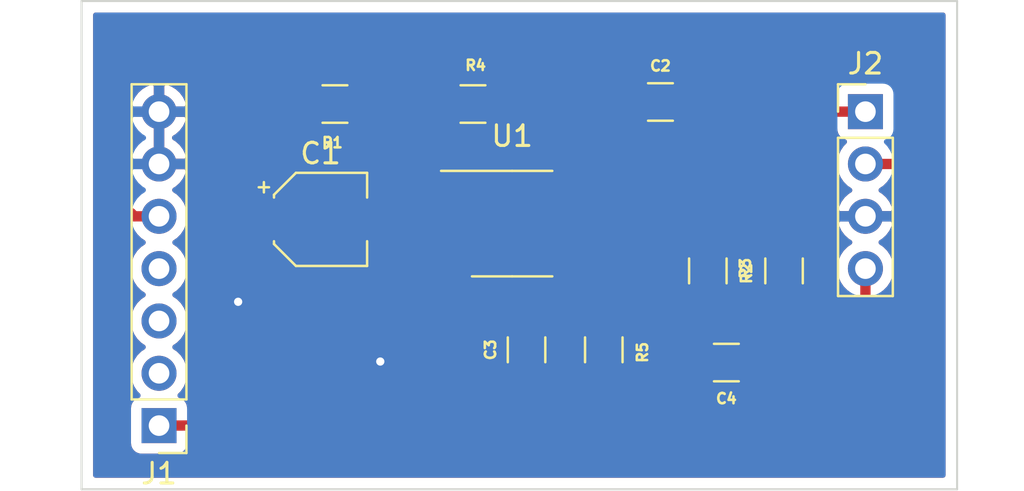
<source format=kicad_pcb>
(kicad_pcb (version 20171130) (host pcbnew "(5.1.5)-3")

  (general
    (thickness 1.6)
    (drawings 4)
    (tracks 73)
    (zones 0)
    (modules 12)
    (nets 10)
  )

  (page A4)
  (layers
    (0 F.Cu signal)
    (31 B.Cu signal)
    (32 B.Adhes user)
    (33 F.Adhes user)
    (34 B.Paste user)
    (35 F.Paste user)
    (36 B.SilkS user)
    (37 F.SilkS user)
    (38 B.Mask user)
    (39 F.Mask user)
    (40 Dwgs.User user)
    (41 Cmts.User user)
    (42 Eco1.User user)
    (43 Eco2.User user)
    (44 Edge.Cuts user)
    (45 Margin user)
    (46 B.CrtYd user)
    (47 F.CrtYd user)
    (48 B.Fab user)
    (49 F.Fab user)
  )

  (setup
    (last_trace_width 0.5)
    (user_trace_width 0.5)
    (trace_clearance 0.2)
    (zone_clearance 0.508)
    (zone_45_only no)
    (trace_min 0.2)
    (via_size 0.8)
    (via_drill 0.4)
    (via_min_size 0.4)
    (via_min_drill 0.3)
    (uvia_size 0.3)
    (uvia_drill 0.1)
    (uvias_allowed no)
    (uvia_min_size 0.2)
    (uvia_min_drill 0.1)
    (edge_width 0.05)
    (segment_width 0.2)
    (pcb_text_width 0.3)
    (pcb_text_size 1.5 1.5)
    (mod_edge_width 0.12)
    (mod_text_size 1 1)
    (mod_text_width 0.15)
    (pad_size 1.524 1.524)
    (pad_drill 0.762)
    (pad_to_mask_clearance 0.051)
    (solder_mask_min_width 0.25)
    (aux_axis_origin 0 0)
    (visible_elements 7FFFFFFF)
    (pcbplotparams
      (layerselection 0x010fc_ffffffff)
      (usegerberextensions false)
      (usegerberattributes false)
      (usegerberadvancedattributes false)
      (creategerberjobfile false)
      (excludeedgelayer true)
      (linewidth 0.100000)
      (plotframeref false)
      (viasonmask false)
      (mode 1)
      (useauxorigin false)
      (hpglpennumber 1)
      (hpglpenspeed 20)
      (hpglpendiameter 15.000000)
      (psnegative false)
      (psa4output false)
      (plotreference true)
      (plotvalue true)
      (plotinvisibletext false)
      (padsonsilk false)
      (subtractmaskfromsilk false)
      (outputformat 1)
      (mirror false)
      (drillshape 1)
      (scaleselection 1)
      (outputdirectory ""))
  )

  (net 0 "")
  (net 1 "Net-(C1-Pad2)")
  (net 2 MICIN)
  (net 3 MICGND)
  (net 4 +5V)
  (net 5 "Net-(C3-Pad2)")
  (net 6 MICOUT)
  (net 7 PTT)
  (net 8 +2V5)
  (net 9 "Net-(C3-Pad1)")

  (net_class Default "This is the default net class."
    (clearance 0.2)
    (trace_width 0.25)
    (via_dia 0.8)
    (via_drill 0.4)
    (uvia_dia 0.3)
    (uvia_drill 0.1)
    (add_net +2V5)
    (add_net +5V)
    (add_net MICGND)
    (add_net MICIN)
    (add_net MICOUT)
    (add_net "Net-(C1-Pad2)")
    (add_net "Net-(C3-Pad1)")
    (add_net "Net-(C3-Pad2)")
    (add_net PTT)
  )

  (module "Xenir:Capacitor 1206" (layer F.Cu) (tedit 5EAEEA25) (tstamp 638A1BC8)
    (at 164.7 117.3 180)
    (path /638A53E8)
    (fp_text reference C4 (at 0 0.5) (layer F.SilkS)
      (effects (font (size 0.5 0.5) (thickness 0.125)))
    )
    (fp_text value 100nF (at 0.5 4) (layer F.Fab)
      (effects (font (size 0.5 0.5) (thickness 0.125)))
    )
    (fp_text user %R (at 0 2.25) (layer F.Fab)
      (effects (font (size 0.8 0.8) (thickness 0.12)))
    )
    (fp_line (start -1.6 3.05) (end -1.6 1.45) (layer F.Fab) (width 0.1))
    (fp_line (start 2.28 1.13) (end 2.28 3.37) (layer F.CrtYd) (width 0.05))
    (fp_line (start -1.6 1.45) (end 1.6 1.45) (layer F.Fab) (width 0.1))
    (fp_line (start -2.28 3.37) (end -2.28 1.13) (layer F.CrtYd) (width 0.05))
    (fp_line (start -0.602064 1.34) (end 0.602064 1.34) (layer F.SilkS) (width 0.12))
    (fp_line (start -0.602064 3.16) (end 0.602064 3.16) (layer F.SilkS) (width 0.12))
    (fp_line (start -2.28 1.13) (end 2.28 1.13) (layer F.CrtYd) (width 0.05))
    (fp_line (start 2.28 3.37) (end -2.28 3.37) (layer F.CrtYd) (width 0.05))
    (fp_line (start 1.6 3.05) (end -1.6 3.05) (layer F.Fab) (width 0.1))
    (fp_line (start 1.6 1.45) (end 1.6 3.05) (layer F.Fab) (width 0.1))
    (pad 2 smd roundrect (at 1.4 2.25 180) (size 1.25 1.75) (layers F.Cu F.Paste F.Mask) (roundrect_rratio 0.2)
      (net 9 "Net-(C3-Pad1)"))
    (pad 1 smd roundrect (at -1.4 2.25 180) (size 1.25 1.75) (layers F.Cu F.Paste F.Mask) (roundrect_rratio 0.2)
      (net 6 MICOUT))
  )

  (module "Xenir:Resistor 1206" (layer F.Cu) (tedit 5F775D4D) (tstamp 6387E8F3)
    (at 165.123 110.473 90)
    (path /63942F3E)
    (fp_text reference R3 (at 0 0.5 90) (layer F.SilkS)
      (effects (font (size 0.499872 0.499872) (thickness 0.124968)))
    )
    (fp_text value 10k (at 0 -0.5 90) (layer F.Fab)
      (effects (font (size 0.499872 0.499872) (thickness 0.124968)))
    )
    (fp_text user %R (at -0.127 2.377 90) (layer F.Fab)
      (effects (font (size 0.8 0.8) (thickness 0.12)))
    )
    (fp_line (start 1.473 3.177) (end -1.727 3.177) (layer F.Fab) (width 0.1))
    (fp_line (start -2.407 1.257) (end 2.153 1.257) (layer F.CrtYd) (width 0.05))
    (fp_line (start -0.729064 3.287) (end 0.475064 3.287) (layer F.SilkS) (width 0.12))
    (fp_line (start -0.729064 1.467) (end 0.475064 1.467) (layer F.SilkS) (width 0.12))
    (fp_line (start 2.153 3.497) (end -2.407 3.497) (layer F.CrtYd) (width 0.05))
    (fp_line (start 2.153 1.257) (end 2.153 3.497) (layer F.CrtYd) (width 0.05))
    (fp_line (start -1.727 3.177) (end -1.727 1.577) (layer F.Fab) (width 0.1))
    (fp_line (start 1.473 1.577) (end 1.473 3.177) (layer F.Fab) (width 0.1))
    (fp_line (start -1.727 1.577) (end 1.473 1.577) (layer F.Fab) (width 0.1))
    (fp_line (start -2.407 3.497) (end -2.407 1.257) (layer F.CrtYd) (width 0.05))
    (pad 2 smd roundrect (at 1.273 2.377 90) (size 1.25 1.75) (layers F.Cu F.Paste F.Mask) (roundrect_rratio 0.2)
      (net 3 MICGND))
    (pad 1 smd roundrect (at -1.527 2.377 90) (size 1.25 1.75) (layers F.Cu F.Paste F.Mask) (roundrect_rratio 0.2)
      (net 8 +2V5))
  )

  (module Xenir:SOIC8 (layer F.Cu) (tedit 5E9CEA7C) (tstamp 6387E0CA)
    (at 154.3 103.555)
    (path /63938969)
    (fp_text reference U1 (at 0 0.5) (layer F.SilkS)
      (effects (font (size 1 1) (thickness 0.15)))
    )
    (fp_text value LM358 (at 0 -0.5) (layer F.Fab)
      (effects (font (size 1 1) (thickness 0.15)))
    )
    (fp_text user %R (at 0 4.75) (layer F.Fab)
      (effects (font (size 0.98 0.98) (thickness 0.15)))
    )
    (fp_line (start 3.7 7.45) (end 3.7 2.05) (layer F.CrtYd) (width 0.05))
    (fp_line (start 3.7 2.05) (end -3.7 2.05) (layer F.CrtYd) (width 0.05))
    (fp_line (start -3.7 7.45) (end 3.7 7.45) (layer F.CrtYd) (width 0.05))
    (fp_line (start -3.7 2.05) (end -3.7 7.45) (layer F.CrtYd) (width 0.05))
    (fp_line (start -1.95 3.275) (end -0.975 2.3) (layer F.Fab) (width 0.1))
    (fp_line (start 0 2.19) (end 1.95 2.19) (layer F.SilkS) (width 0.12))
    (fp_line (start 0 2.19) (end -3.45 2.19) (layer F.SilkS) (width 0.12))
    (fp_line (start 0 7.31) (end 1.95 7.31) (layer F.SilkS) (width 0.12))
    (fp_line (start 0 7.31) (end -1.95 7.31) (layer F.SilkS) (width 0.12))
    (fp_line (start -0.975 2.3) (end 1.95 2.3) (layer F.Fab) (width 0.1))
    (fp_line (start 1.95 2.3) (end 1.95 7.2) (layer F.Fab) (width 0.1))
    (fp_line (start 1.95 7.2) (end -1.95 7.2) (layer F.Fab) (width 0.1))
    (fp_line (start -1.95 7.2) (end -1.95 3.275) (layer F.Fab) (width 0.1))
    (pad 6 smd roundrect (at 2.475 5.385) (size 1.95 0.6) (layers F.Cu F.Paste F.Mask) (roundrect_rratio 0.25)
      (net 5 "Net-(C3-Pad2)"))
    (pad 3 smd roundrect (at -2.475 5.385) (size 1.95 0.6) (layers F.Cu F.Paste F.Mask) (roundrect_rratio 0.25))
    (pad 7 smd roundrect (at 2.475 4.115) (size 1.95 0.6) (layers F.Cu F.Paste F.Mask) (roundrect_rratio 0.25)
      (net 9 "Net-(C3-Pad1)"))
    (pad 5 smd roundrect (at 2.475 6.655) (size 1.95 0.6) (layers F.Cu F.Paste F.Mask) (roundrect_rratio 0.25)
      (net 8 +2V5))
    (pad 1 smd roundrect (at -2.475 2.845) (size 1.95 0.6) (layers F.Cu F.Paste F.Mask) (roundrect_rratio 0.25))
    (pad 4 smd roundrect (at -2.475 6.655) (size 1.95 0.6) (layers F.Cu F.Paste F.Mask) (roundrect_rratio 0.25)
      (net 3 MICGND))
    (pad 8 smd roundrect (at 2.475 2.845) (size 1.95 0.6) (layers F.Cu F.Paste F.Mask) (roundrect_rratio 0.25)
      (net 4 +5V))
    (pad 2 smd roundrect (at -2.475 4.115) (size 1.95 0.6) (layers F.Cu F.Paste F.Mask) (roundrect_rratio 0.25))
  )

  (module "Xenir:Resistor 1206" (layer F.Cu) (tedit 5F775D4D) (tstamp 6387CD12)
    (at 161.127 114.557 270)
    (path /6393FD2E)
    (fp_text reference R5 (at 0 0.5 90) (layer F.SilkS)
      (effects (font (size 0.499872 0.499872) (thickness 0.124968)))
    )
    (fp_text value 100k (at 0 -0.5 90) (layer F.Fab)
      (effects (font (size 0.499872 0.499872) (thickness 0.124968)))
    )
    (fp_text user %R (at -0.127 2.377 90) (layer F.Fab)
      (effects (font (size 0.8 0.8) (thickness 0.12)))
    )
    (fp_line (start 1.473 3.177) (end -1.727 3.177) (layer F.Fab) (width 0.1))
    (fp_line (start -2.407 1.257) (end 2.153 1.257) (layer F.CrtYd) (width 0.05))
    (fp_line (start -0.729064 3.287) (end 0.475064 3.287) (layer F.SilkS) (width 0.12))
    (fp_line (start -0.729064 1.467) (end 0.475064 1.467) (layer F.SilkS) (width 0.12))
    (fp_line (start 2.153 3.497) (end -2.407 3.497) (layer F.CrtYd) (width 0.05))
    (fp_line (start 2.153 1.257) (end 2.153 3.497) (layer F.CrtYd) (width 0.05))
    (fp_line (start -1.727 3.177) (end -1.727 1.577) (layer F.Fab) (width 0.1))
    (fp_line (start 1.473 1.577) (end 1.473 3.177) (layer F.Fab) (width 0.1))
    (fp_line (start -1.727 1.577) (end 1.473 1.577) (layer F.Fab) (width 0.1))
    (fp_line (start -2.407 3.497) (end -2.407 1.257) (layer F.CrtYd) (width 0.05))
    (pad 2 smd roundrect (at 1.273 2.377 270) (size 1.25 1.75) (layers F.Cu F.Paste F.Mask) (roundrect_rratio 0.2)
      (net 9 "Net-(C3-Pad1)"))
    (pad 1 smd roundrect (at -1.527 2.377 270) (size 1.25 1.75) (layers F.Cu F.Paste F.Mask) (roundrect_rratio 0.2)
      (net 5 "Net-(C3-Pad2)"))
  )

  (module "Xenir:Resistor 1206" (layer F.Cu) (tedit 5F775D4D) (tstamp 6387CD01)
    (at 152.527 100.123)
    (path /63940C93)
    (fp_text reference R4 (at 0 0.5) (layer F.SilkS)
      (effects (font (size 0.499872 0.499872) (thickness 0.124968)))
    )
    (fp_text value 1k (at 0 -0.5) (layer F.Fab)
      (effects (font (size 0.499872 0.499872) (thickness 0.124968)))
    )
    (fp_text user %R (at -0.127 2.377) (layer F.Fab)
      (effects (font (size 0.8 0.8) (thickness 0.12)))
    )
    (fp_line (start 1.473 3.177) (end -1.727 3.177) (layer F.Fab) (width 0.1))
    (fp_line (start -2.407 1.257) (end 2.153 1.257) (layer F.CrtYd) (width 0.05))
    (fp_line (start -0.729064 3.287) (end 0.475064 3.287) (layer F.SilkS) (width 0.12))
    (fp_line (start -0.729064 1.467) (end 0.475064 1.467) (layer F.SilkS) (width 0.12))
    (fp_line (start 2.153 3.497) (end -2.407 3.497) (layer F.CrtYd) (width 0.05))
    (fp_line (start 2.153 1.257) (end 2.153 3.497) (layer F.CrtYd) (width 0.05))
    (fp_line (start -1.727 3.177) (end -1.727 1.577) (layer F.Fab) (width 0.1))
    (fp_line (start 1.473 1.577) (end 1.473 3.177) (layer F.Fab) (width 0.1))
    (fp_line (start -1.727 1.577) (end 1.473 1.577) (layer F.Fab) (width 0.1))
    (fp_line (start -2.407 3.497) (end -2.407 1.257) (layer F.CrtYd) (width 0.05))
    (pad 2 smd roundrect (at 1.273 2.377) (size 1.25 1.75) (layers F.Cu F.Paste F.Mask) (roundrect_rratio 0.2)
      (net 5 "Net-(C3-Pad2)"))
    (pad 1 smd roundrect (at -1.527 2.377) (size 1.25 1.75) (layers F.Cu F.Paste F.Mask) (roundrect_rratio 0.2)
      (net 1 "Net-(C1-Pad2)"))
  )

  (module "Xenir:Resistor 1206" (layer F.Cu) (tedit 5F775D4D) (tstamp 6387CCDF)
    (at 166.177 110.727 270)
    (path /63942506)
    (fp_text reference R2 (at 0 0.5 90) (layer F.SilkS)
      (effects (font (size 0.499872 0.499872) (thickness 0.124968)))
    )
    (fp_text value 10k (at 0 -0.5 90) (layer F.Fab)
      (effects (font (size 0.499872 0.499872) (thickness 0.124968)))
    )
    (fp_text user %R (at -0.127 2.377 90) (layer F.Fab)
      (effects (font (size 0.8 0.8) (thickness 0.12)))
    )
    (fp_line (start 1.473 3.177) (end -1.727 3.177) (layer F.Fab) (width 0.1))
    (fp_line (start -2.407 1.257) (end 2.153 1.257) (layer F.CrtYd) (width 0.05))
    (fp_line (start -0.729064 3.287) (end 0.475064 3.287) (layer F.SilkS) (width 0.12))
    (fp_line (start -0.729064 1.467) (end 0.475064 1.467) (layer F.SilkS) (width 0.12))
    (fp_line (start 2.153 3.497) (end -2.407 3.497) (layer F.CrtYd) (width 0.05))
    (fp_line (start 2.153 1.257) (end 2.153 3.497) (layer F.CrtYd) (width 0.05))
    (fp_line (start -1.727 3.177) (end -1.727 1.577) (layer F.Fab) (width 0.1))
    (fp_line (start 1.473 1.577) (end 1.473 3.177) (layer F.Fab) (width 0.1))
    (fp_line (start -1.727 1.577) (end 1.473 1.577) (layer F.Fab) (width 0.1))
    (fp_line (start -2.407 3.497) (end -2.407 1.257) (layer F.CrtYd) (width 0.05))
    (pad 2 smd roundrect (at 1.273 2.377 270) (size 1.25 1.75) (layers F.Cu F.Paste F.Mask) (roundrect_rratio 0.2)
      (net 8 +2V5))
    (pad 1 smd roundrect (at -1.527 2.377 270) (size 1.25 1.75) (layers F.Cu F.Paste F.Mask) (roundrect_rratio 0.2)
      (net 4 +5V))
  )

  (module "Xenir:Resistor 1206" (layer F.Cu) (tedit 5F775D4D) (tstamp 6387CCCE)
    (at 145.573 104.877 180)
    (path /639499BB)
    (fp_text reference R1 (at 0 0.5) (layer F.SilkS)
      (effects (font (size 0.499872 0.499872) (thickness 0.124968)))
    )
    (fp_text value 5.1k (at 0 -0.5) (layer F.Fab)
      (effects (font (size 0.499872 0.499872) (thickness 0.124968)))
    )
    (fp_text user %R (at -0.127 2.377) (layer F.Fab)
      (effects (font (size 0.8 0.8) (thickness 0.12)))
    )
    (fp_line (start 1.473 3.177) (end -1.727 3.177) (layer F.Fab) (width 0.1))
    (fp_line (start -2.407 1.257) (end 2.153 1.257) (layer F.CrtYd) (width 0.05))
    (fp_line (start -0.729064 3.287) (end 0.475064 3.287) (layer F.SilkS) (width 0.12))
    (fp_line (start -0.729064 1.467) (end 0.475064 1.467) (layer F.SilkS) (width 0.12))
    (fp_line (start 2.153 3.497) (end -2.407 3.497) (layer F.CrtYd) (width 0.05))
    (fp_line (start 2.153 1.257) (end 2.153 3.497) (layer F.CrtYd) (width 0.05))
    (fp_line (start -1.727 3.177) (end -1.727 1.577) (layer F.Fab) (width 0.1))
    (fp_line (start 1.473 1.577) (end 1.473 3.177) (layer F.Fab) (width 0.1))
    (fp_line (start -1.727 1.577) (end 1.473 1.577) (layer F.Fab) (width 0.1))
    (fp_line (start -2.407 3.497) (end -2.407 1.257) (layer F.CrtYd) (width 0.05))
    (pad 2 smd roundrect (at 1.273 2.377 180) (size 1.25 1.75) (layers F.Cu F.Paste F.Mask) (roundrect_rratio 0.2)
      (net 2 MICIN))
    (pad 1 smd roundrect (at -1.527 2.377 180) (size 1.25 1.75) (layers F.Cu F.Paste F.Mask) (roundrect_rratio 0.2)
      (net 4 +5V))
  )

  (module Connector_PinHeader_2.54mm:PinHeader_1x04_P2.54mm_Vertical (layer F.Cu) (tedit 59FED5CC) (tstamp 6387CCBD)
    (at 171.45 102.87)
    (descr "Through hole straight pin header, 1x04, 2.54mm pitch, single row")
    (tags "Through hole pin header THT 1x04 2.54mm single row")
    (path /6398BACA)
    (fp_text reference J2 (at 0 -2.33) (layer F.SilkS)
      (effects (font (size 1 1) (thickness 0.15)))
    )
    (fp_text value Conn_01x04_Female (at 0 9.95) (layer F.Fab)
      (effects (font (size 1 1) (thickness 0.15)))
    )
    (fp_text user %R (at 0 3.81 90) (layer F.Fab)
      (effects (font (size 1 1) (thickness 0.15)))
    )
    (fp_line (start 1.8 -1.8) (end -1.8 -1.8) (layer F.CrtYd) (width 0.05))
    (fp_line (start 1.8 9.4) (end 1.8 -1.8) (layer F.CrtYd) (width 0.05))
    (fp_line (start -1.8 9.4) (end 1.8 9.4) (layer F.CrtYd) (width 0.05))
    (fp_line (start -1.8 -1.8) (end -1.8 9.4) (layer F.CrtYd) (width 0.05))
    (fp_line (start -1.33 -1.33) (end 0 -1.33) (layer F.SilkS) (width 0.12))
    (fp_line (start -1.33 0) (end -1.33 -1.33) (layer F.SilkS) (width 0.12))
    (fp_line (start -1.33 1.27) (end 1.33 1.27) (layer F.SilkS) (width 0.12))
    (fp_line (start 1.33 1.27) (end 1.33 8.95) (layer F.SilkS) (width 0.12))
    (fp_line (start -1.33 1.27) (end -1.33 8.95) (layer F.SilkS) (width 0.12))
    (fp_line (start -1.33 8.95) (end 1.33 8.95) (layer F.SilkS) (width 0.12))
    (fp_line (start -1.27 -0.635) (end -0.635 -1.27) (layer F.Fab) (width 0.1))
    (fp_line (start -1.27 8.89) (end -1.27 -0.635) (layer F.Fab) (width 0.1))
    (fp_line (start 1.27 8.89) (end -1.27 8.89) (layer F.Fab) (width 0.1))
    (fp_line (start 1.27 -1.27) (end 1.27 8.89) (layer F.Fab) (width 0.1))
    (fp_line (start -0.635 -1.27) (end 1.27 -1.27) (layer F.Fab) (width 0.1))
    (pad 4 thru_hole oval (at 0 7.62) (size 1.7 1.7) (drill 1) (layers *.Cu *.Mask)
      (net 6 MICOUT))
    (pad 3 thru_hole oval (at 0 5.08) (size 1.7 1.7) (drill 1) (layers *.Cu *.Mask)
      (net 3 MICGND))
    (pad 2 thru_hole oval (at 0 2.54) (size 1.7 1.7) (drill 1) (layers *.Cu *.Mask)
      (net 7 PTT))
    (pad 1 thru_hole rect (at 0 0) (size 1.7 1.7) (drill 1) (layers *.Cu *.Mask)
      (net 4 +5V))
    (model ${KISYS3DMOD}/Connector_PinHeader_2.54mm.3dshapes/PinHeader_1x04_P2.54mm_Vertical.wrl
      (at (xyz 0 0 0))
      (scale (xyz 1 1 1))
      (rotate (xyz 0 0 0))
    )
  )

  (module Connector_PinHeader_2.54mm:PinHeader_1x07_P2.54mm_Vertical (layer F.Cu) (tedit 59FED5CC) (tstamp 6387CCA5)
    (at 137.16 118.11 180)
    (descr "Through hole straight pin header, 1x07, 2.54mm pitch, single row")
    (tags "Through hole pin header THT 1x07 2.54mm single row")
    (path /63973E4A)
    (fp_text reference J1 (at 0 -2.33) (layer F.SilkS)
      (effects (font (size 1 1) (thickness 0.15)))
    )
    (fp_text value Conn_01x07_Female (at 0 17.57) (layer F.Fab)
      (effects (font (size 1 1) (thickness 0.15)))
    )
    (fp_text user %R (at 0 7.62 90) (layer F.Fab)
      (effects (font (size 1 1) (thickness 0.15)))
    )
    (fp_line (start 1.8 -1.8) (end -1.8 -1.8) (layer F.CrtYd) (width 0.05))
    (fp_line (start 1.8 17.05) (end 1.8 -1.8) (layer F.CrtYd) (width 0.05))
    (fp_line (start -1.8 17.05) (end 1.8 17.05) (layer F.CrtYd) (width 0.05))
    (fp_line (start -1.8 -1.8) (end -1.8 17.05) (layer F.CrtYd) (width 0.05))
    (fp_line (start -1.33 -1.33) (end 0 -1.33) (layer F.SilkS) (width 0.12))
    (fp_line (start -1.33 0) (end -1.33 -1.33) (layer F.SilkS) (width 0.12))
    (fp_line (start -1.33 1.27) (end 1.33 1.27) (layer F.SilkS) (width 0.12))
    (fp_line (start 1.33 1.27) (end 1.33 16.57) (layer F.SilkS) (width 0.12))
    (fp_line (start -1.33 1.27) (end -1.33 16.57) (layer F.SilkS) (width 0.12))
    (fp_line (start -1.33 16.57) (end 1.33 16.57) (layer F.SilkS) (width 0.12))
    (fp_line (start -1.27 -0.635) (end -0.635 -1.27) (layer F.Fab) (width 0.1))
    (fp_line (start -1.27 16.51) (end -1.27 -0.635) (layer F.Fab) (width 0.1))
    (fp_line (start 1.27 16.51) (end -1.27 16.51) (layer F.Fab) (width 0.1))
    (fp_line (start 1.27 -1.27) (end 1.27 16.51) (layer F.Fab) (width 0.1))
    (fp_line (start -0.635 -1.27) (end 1.27 -1.27) (layer F.Fab) (width 0.1))
    (pad 7 thru_hole oval (at 0 15.24 180) (size 1.7 1.7) (drill 1) (layers *.Cu *.Mask)
      (net 3 MICGND))
    (pad 6 thru_hole oval (at 0 12.7 180) (size 1.7 1.7) (drill 1) (layers *.Cu *.Mask)
      (net 3 MICGND))
    (pad 5 thru_hole oval (at 0 10.16 180) (size 1.7 1.7) (drill 1) (layers *.Cu *.Mask)
      (net 7 PTT))
    (pad 4 thru_hole oval (at 0 7.62 180) (size 1.7 1.7) (drill 1) (layers *.Cu *.Mask))
    (pad 3 thru_hole oval (at 0 5.08 180) (size 1.7 1.7) (drill 1) (layers *.Cu *.Mask))
    (pad 2 thru_hole oval (at 0 2.54 180) (size 1.7 1.7) (drill 1) (layers *.Cu *.Mask))
    (pad 1 thru_hole rect (at 0 0 180) (size 1.7 1.7) (drill 1) (layers *.Cu *.Mask)
      (net 2 MICIN))
    (model ${KISYS3DMOD}/Connector_PinHeader_2.54mm.3dshapes/PinHeader_1x07_P2.54mm_Vertical.wrl
      (at (xyz 0 0 0))
      (scale (xyz 1 1 1))
      (rotate (xyz 0 0 0))
    )
  )

  (module "Xenir:Capacitor 1206" (layer F.Cu) (tedit 5EAEEA25) (tstamp 6387CC8A)
    (at 152.75 114.43 90)
    (path /6393EFF1)
    (fp_text reference C3 (at 0 0.5 90) (layer F.SilkS)
      (effects (font (size 0.5 0.5) (thickness 0.125)))
    )
    (fp_text value 330nF (at 0.5 4 90) (layer F.Fab)
      (effects (font (size 0.5 0.5) (thickness 0.125)))
    )
    (fp_text user %R (at 0 2.25 90) (layer F.Fab)
      (effects (font (size 0.8 0.8) (thickness 0.12)))
    )
    (fp_line (start -1.6 3.05) (end -1.6 1.45) (layer F.Fab) (width 0.1))
    (fp_line (start 2.28 1.13) (end 2.28 3.37) (layer F.CrtYd) (width 0.05))
    (fp_line (start -1.6 1.45) (end 1.6 1.45) (layer F.Fab) (width 0.1))
    (fp_line (start -2.28 3.37) (end -2.28 1.13) (layer F.CrtYd) (width 0.05))
    (fp_line (start -0.602064 1.34) (end 0.602064 1.34) (layer F.SilkS) (width 0.12))
    (fp_line (start -0.602064 3.16) (end 0.602064 3.16) (layer F.SilkS) (width 0.12))
    (fp_line (start -2.28 1.13) (end 2.28 1.13) (layer F.CrtYd) (width 0.05))
    (fp_line (start 2.28 3.37) (end -2.28 3.37) (layer F.CrtYd) (width 0.05))
    (fp_line (start 1.6 3.05) (end -1.6 3.05) (layer F.Fab) (width 0.1))
    (fp_line (start 1.6 1.45) (end 1.6 3.05) (layer F.Fab) (width 0.1))
    (pad 2 smd roundrect (at 1.4 2.25 90) (size 1.25 1.75) (layers F.Cu F.Paste F.Mask) (roundrect_rratio 0.2)
      (net 5 "Net-(C3-Pad2)"))
    (pad 1 smd roundrect (at -1.4 2.25 90) (size 1.25 1.75) (layers F.Cu F.Paste F.Mask) (roundrect_rratio 0.2)
      (net 9 "Net-(C3-Pad1)"))
  )

  (module "Xenir:Capacitor 1206" (layer F.Cu) (tedit 5EAEEA25) (tstamp 6387CC79)
    (at 161.5 100.15)
    (path /6393AD75)
    (fp_text reference C2 (at 0 0.5) (layer F.SilkS)
      (effects (font (size 0.5 0.5) (thickness 0.125)))
    )
    (fp_text value 100nF (at 0.5 4) (layer F.Fab)
      (effects (font (size 0.5 0.5) (thickness 0.125)))
    )
    (fp_text user %R (at 0 2.25) (layer F.Fab)
      (effects (font (size 0.8 0.8) (thickness 0.12)))
    )
    (fp_line (start -1.6 3.05) (end -1.6 1.45) (layer F.Fab) (width 0.1))
    (fp_line (start 2.28 1.13) (end 2.28 3.37) (layer F.CrtYd) (width 0.05))
    (fp_line (start -1.6 1.45) (end 1.6 1.45) (layer F.Fab) (width 0.1))
    (fp_line (start -2.28 3.37) (end -2.28 1.13) (layer F.CrtYd) (width 0.05))
    (fp_line (start -0.602064 1.34) (end 0.602064 1.34) (layer F.SilkS) (width 0.12))
    (fp_line (start -0.602064 3.16) (end 0.602064 3.16) (layer F.SilkS) (width 0.12))
    (fp_line (start -2.28 1.13) (end 2.28 1.13) (layer F.CrtYd) (width 0.05))
    (fp_line (start 2.28 3.37) (end -2.28 3.37) (layer F.CrtYd) (width 0.05))
    (fp_line (start 1.6 3.05) (end -1.6 3.05) (layer F.Fab) (width 0.1))
    (fp_line (start 1.6 1.45) (end 1.6 3.05) (layer F.Fab) (width 0.1))
    (pad 2 smd roundrect (at 1.4 2.25) (size 1.25 1.75) (layers F.Cu F.Paste F.Mask) (roundrect_rratio 0.2)
      (net 3 MICGND))
    (pad 1 smd roundrect (at -1.4 2.25) (size 1.25 1.75) (layers F.Cu F.Paste F.Mask) (roundrect_rratio 0.2)
      (net 4 +5V))
  )

  (module Capacitor_SMD:CP_Elec_4x5.4 (layer F.Cu) (tedit 5BCA39CF) (tstamp 6387CC68)
    (at 145 108.1)
    (descr "SMD capacitor, aluminum electrolytic, Panasonic A5 / Nichicon, 4.0x5.4mm")
    (tags "capacitor electrolytic")
    (path /63941422)
    (attr smd)
    (fp_text reference C1 (at 0 -3.2) (layer F.SilkS)
      (effects (font (size 1 1) (thickness 0.15)))
    )
    (fp_text value 10uF (at 0 3.2) (layer F.Fab)
      (effects (font (size 1 1) (thickness 0.15)))
    )
    (fp_text user %R (at 0 0) (layer F.Fab)
      (effects (font (size 0.8 0.8) (thickness 0.12)))
    )
    (fp_line (start -3.35 1.05) (end -2.4 1.05) (layer F.CrtYd) (width 0.05))
    (fp_line (start -3.35 -1.05) (end -3.35 1.05) (layer F.CrtYd) (width 0.05))
    (fp_line (start -2.4 -1.05) (end -3.35 -1.05) (layer F.CrtYd) (width 0.05))
    (fp_line (start -2.4 1.05) (end -2.4 1.25) (layer F.CrtYd) (width 0.05))
    (fp_line (start -2.4 -1.25) (end -2.4 -1.05) (layer F.CrtYd) (width 0.05))
    (fp_line (start -2.4 -1.25) (end -1.25 -2.4) (layer F.CrtYd) (width 0.05))
    (fp_line (start -2.4 1.25) (end -1.25 2.4) (layer F.CrtYd) (width 0.05))
    (fp_line (start -1.25 -2.4) (end 2.4 -2.4) (layer F.CrtYd) (width 0.05))
    (fp_line (start -1.25 2.4) (end 2.4 2.4) (layer F.CrtYd) (width 0.05))
    (fp_line (start 2.4 1.05) (end 2.4 2.4) (layer F.CrtYd) (width 0.05))
    (fp_line (start 3.35 1.05) (end 2.4 1.05) (layer F.CrtYd) (width 0.05))
    (fp_line (start 3.35 -1.05) (end 3.35 1.05) (layer F.CrtYd) (width 0.05))
    (fp_line (start 2.4 -1.05) (end 3.35 -1.05) (layer F.CrtYd) (width 0.05))
    (fp_line (start 2.4 -2.4) (end 2.4 -1.05) (layer F.CrtYd) (width 0.05))
    (fp_line (start -2.75 -1.81) (end -2.75 -1.31) (layer F.SilkS) (width 0.12))
    (fp_line (start -3 -1.56) (end -2.5 -1.56) (layer F.SilkS) (width 0.12))
    (fp_line (start -2.26 1.195563) (end -1.195563 2.26) (layer F.SilkS) (width 0.12))
    (fp_line (start -2.26 -1.195563) (end -1.195563 -2.26) (layer F.SilkS) (width 0.12))
    (fp_line (start -2.26 -1.195563) (end -2.26 -1.06) (layer F.SilkS) (width 0.12))
    (fp_line (start -2.26 1.195563) (end -2.26 1.06) (layer F.SilkS) (width 0.12))
    (fp_line (start -1.195563 2.26) (end 2.26 2.26) (layer F.SilkS) (width 0.12))
    (fp_line (start -1.195563 -2.26) (end 2.26 -2.26) (layer F.SilkS) (width 0.12))
    (fp_line (start 2.26 -2.26) (end 2.26 -1.06) (layer F.SilkS) (width 0.12))
    (fp_line (start 2.26 2.26) (end 2.26 1.06) (layer F.SilkS) (width 0.12))
    (fp_line (start -1.374773 -1.2) (end -1.374773 -0.8) (layer F.Fab) (width 0.1))
    (fp_line (start -1.574773 -1) (end -1.174773 -1) (layer F.Fab) (width 0.1))
    (fp_line (start -2.15 1.15) (end -1.15 2.15) (layer F.Fab) (width 0.1))
    (fp_line (start -2.15 -1.15) (end -1.15 -2.15) (layer F.Fab) (width 0.1))
    (fp_line (start -2.15 -1.15) (end -2.15 1.15) (layer F.Fab) (width 0.1))
    (fp_line (start -1.15 2.15) (end 2.15 2.15) (layer F.Fab) (width 0.1))
    (fp_line (start -1.15 -2.15) (end 2.15 -2.15) (layer F.Fab) (width 0.1))
    (fp_line (start 2.15 -2.15) (end 2.15 2.15) (layer F.Fab) (width 0.1))
    (fp_circle (center 0 0) (end 2 0) (layer F.Fab) (width 0.1))
    (pad 2 smd roundrect (at 1.8 0) (size 2.6 1.6) (layers F.Cu F.Paste F.Mask) (roundrect_rratio 0.15625)
      (net 1 "Net-(C1-Pad2)"))
    (pad 1 smd roundrect (at -1.8 0) (size 2.6 1.6) (layers F.Cu F.Paste F.Mask) (roundrect_rratio 0.15625)
      (net 2 MICIN))
    (model ${KISYS3DMOD}/Capacitor_SMD.3dshapes/CP_Elec_4x5.4.wrl
      (at (xyz 0 0 0))
      (scale (xyz 1 1 1))
      (rotate (xyz 0 0 0))
    )
  )

  (gr_line (start 175.9 97.5) (end 175.9 121.2) (layer Edge.Cuts) (width 0.1))
  (gr_line (start 133.4 97.5) (end 175.9 97.5) (layer Edge.Cuts) (width 0.1))
  (gr_line (start 133.4 121.2) (end 133.4 97.5) (layer Edge.Cuts) (width 0.1))
  (gr_line (start 175.9 121.2) (end 133.4 121.2) (layer Edge.Cuts) (width 0.1))

  (segment (start 146.8 106.1) (end 146.8 108.1) (width 0.5) (layer F.Cu) (net 1))
  (segment (start 148.38 104.52) (end 146.8 106.1) (width 0.5) (layer F.Cu) (net 1))
  (segment (start 148.38 104.495) (end 148.38 104.52) (width 0.5) (layer F.Cu) (net 1))
  (segment (start 151 102.5) (end 150.375 102.5) (width 0.5) (layer F.Cu) (net 1))
  (segment (start 150.375 102.5) (end 148.38 104.495) (width 0.5) (layer F.Cu) (net 1))
  (segment (start 141.5 118.1) (end 140.5 118.1) (width 0.5) (layer F.Cu) (net 2))
  (segment (start 137.16 118.11) (end 140.5 118.1) (width 0.5) (layer F.Cu) (net 2))
  (segment (start 140.5 118.1) (end 140.735 118.11) (width 0.5) (layer F.Cu) (net 2))
  (segment (start 144.3 102.5) (end 144.3 103.9) (width 0.5) (layer F.Cu) (net 2))
  (segment (start 143.2 105) (end 143.2 108.1) (width 0.5) (layer F.Cu) (net 2))
  (segment (start 144.3 103.9) (end 143.2 105) (width 0.5) (layer F.Cu) (net 2))
  (segment (start 143.2 116.4) (end 141.5 118.1) (width 0.5) (layer F.Cu) (net 2))
  (segment (start 143.2 108.1) (end 143.2 116.4) (width 0.5) (layer F.Cu) (net 2))
  (via (at 141 112.1) (size 0.8) (drill 0.4) (layers F.Cu B.Cu) (net 3))
  (via (at 147.9 115) (size 0.8) (drill 0.4) (layers F.Cu B.Cu) (net 3))
  (segment (start 171.45 102.87) (end 166.755 102.87) (width 0.5) (layer F.Cu) (net 4))
  (segment (start 157.75 106.4) (end 156.775 106.4) (width 0.5) (layer F.Cu) (net 4))
  (segment (start 158.635 106.4) (end 157.75 106.4) (width 0.5) (layer F.Cu) (net 4))
  (segment (start 148.225 100.5) (end 147.1 101.625) (width 0.5) (layer F.Cu) (net 4))
  (segment (start 147.1 101.625) (end 147.1 102.5) (width 0.5) (layer F.Cu) (net 4))
  (segment (start 166.755 102.87) (end 166.67 102.87) (width 0.5) (layer F.Cu) (net 4))
  (segment (start 166.67 102.87) (end 164.3 100.5) (width 0.5) (layer F.Cu) (net 4))
  (segment (start 160.1 100.6) (end 160.1 102.4) (width 0.5) (layer F.Cu) (net 4))
  (segment (start 160 100.5) (end 148.225 100.5) (width 0.5) (layer F.Cu) (net 4))
  (segment (start 160 100.5) (end 160.1 100.6) (width 0.5) (layer F.Cu) (net 4))
  (segment (start 164.3 100.5) (end 160 100.5) (width 0.5) (layer F.Cu) (net 4))
  (segment (start 158.635 104.74) (end 158.635 106.4) (width 0.5) (layer F.Cu) (net 4))
  (segment (start 160.1 103.275) (end 158.635 104.74) (width 0.5) (layer F.Cu) (net 4))
  (segment (start 160.1 102.4) (end 160.1 103.275) (width 0.5) (layer F.Cu) (net 4))
  (segment (start 161.435 109.2) (end 163.8 109.2) (width 0.5) (layer F.Cu) (net 4))
  (segment (start 158.635 106.4) (end 161.435 109.2) (width 0.5) (layer F.Cu) (net 4))
  (segment (start 158.75 112.405) (end 158.75 113.03) (width 0.5) (layer F.Cu) (net 5))
  (segment (start 158.75 109.94) (end 158.75 112.405) (width 0.5) (layer F.Cu) (net 5))
  (segment (start 157.75 108.94) (end 158.75 109.94) (width 0.5) (layer F.Cu) (net 5))
  (segment (start 156.775 108.94) (end 157.75 108.94) (width 0.5) (layer F.Cu) (net 5))
  (segment (start 154.24 108.94) (end 156.775 108.94) (width 0.5) (layer F.Cu) (net 5))
  (segment (start 153.8 102.5) (end 153.8 108.5) (width 0.5) (layer F.Cu) (net 5))
  (segment (start 153.8 108.5) (end 154.24 108.94) (width 0.5) (layer F.Cu) (net 5))
  (segment (start 158.75 113.03) (end 155 113.03) (width 0.5) (layer F.Cu) (net 5))
  (segment (start 166.725 115.05) (end 166.775 115.1) (width 0.5) (layer F.Cu) (net 6))
  (segment (start 166.1 115.05) (end 166.725 115.05) (width 0.5) (layer F.Cu) (net 6))
  (segment (start 166.775 115.1) (end 170.9 115.1) (width 0.5) (layer F.Cu) (net 6))
  (segment (start 171.45 114.55) (end 171.45 110.49) (width 0.5) (layer F.Cu) (net 6))
  (segment (start 170.9 115.1) (end 171.45 114.55) (width 0.5) (layer F.Cu) (net 6))
  (segment (start 161.155 111.075) (end 161.155 114.3) (width 0.5) (layer F.Cu) (net 9))
  (segment (start 159.625 115.83) (end 158.75 115.83) (width 0.5) (layer F.Cu) (net 9))
  (segment (start 161.155 114.3) (end 159.625 115.83) (width 0.5) (layer F.Cu) (net 9))
  (segment (start 157.75 107.67) (end 161.155 111.075) (width 0.5) (layer F.Cu) (net 9))
  (segment (start 156.775 107.67) (end 157.75 107.67) (width 0.5) (layer F.Cu) (net 9))
  (segment (start 158.75 115.83) (end 155 115.83) (width 0.5) (layer F.Cu) (net 9))
  (segment (start 174.1 105.2) (end 173.89 105.41) (width 0.5) (layer F.Cu) (net 7))
  (segment (start 173 99.5) (end 174.1 100.6) (width 0.5) (layer F.Cu) (net 7))
  (segment (start 136.3 99.5) (end 173 99.5) (width 0.5) (layer F.Cu) (net 7))
  (segment (start 173.89 105.41) (end 171.45 105.41) (width 0.5) (layer F.Cu) (net 7))
  (segment (start 135 100.8) (end 136.3 99.5) (width 0.5) (layer F.Cu) (net 7))
  (segment (start 174.1 100.6) (end 174.1 105.2) (width 0.5) (layer F.Cu) (net 7))
  (segment (start 137.16 107.95) (end 135.957919 107.95) (width 0.5) (layer F.Cu) (net 7))
  (segment (start 135.807919 107.8) (end 135.7 107.8) (width 0.5) (layer F.Cu) (net 7))
  (segment (start 135 107.1) (end 135 100.8) (width 0.5) (layer F.Cu) (net 7))
  (segment (start 135.957919 107.95) (end 135.807919 107.8) (width 0.5) (layer F.Cu) (net 7))
  (segment (start 135.7 107.8) (end 135 107.1) (width 0.5) (layer F.Cu) (net 7))
  (segment (start 167.5 112) (end 163.8 112) (width 0.5) (layer F.Cu) (net 8))
  (segment (start 154.500034 110.21) (end 155.8 110.21) (width 0.5) (layer F.Cu) (net 8))
  (segment (start 151.1 117.6) (end 151.1 113.610034) (width 0.5) (layer F.Cu) (net 8))
  (segment (start 163.8 112.625) (end 164.7 113.525) (width 0.5) (layer F.Cu) (net 8))
  (segment (start 163.8 112) (end 163.8 112.625) (width 0.5) (layer F.Cu) (net 8))
  (segment (start 164.7 113.525) (end 164.7 117) (width 0.5) (layer F.Cu) (net 8))
  (segment (start 164.7 117) (end 164.1 117.6) (width 0.5) (layer F.Cu) (net 8))
  (segment (start 155.8 110.21) (end 156.775 110.21) (width 0.5) (layer F.Cu) (net 8))
  (segment (start 151.1 113.610034) (end 154.500034 110.21) (width 0.5) (layer F.Cu) (net 8))
  (segment (start 164.1 117.6) (end 151.1 117.6) (width 0.5) (layer F.Cu) (net 8))
  (segment (start 161.905 115.05) (end 163.3 115.05) (width 0.5) (layer F.Cu) (net 9))
  (segment (start 161.155 114.3) (end 161.905 115.05) (width 0.5) (layer F.Cu) (net 9))

  (zone (net 3) (net_name MICGND) (layer F.Cu) (tstamp 638A2020) (hatch edge 0.508)
    (connect_pads (clearance 0.508))
    (min_thickness 0.254)
    (fill yes (arc_segments 32) (thermal_gap 0.508) (thermal_bridge_width 0.508))
    (polygon
      (pts
        (xy 175.7 121) (xy 133.6 121) (xy 133.6 97.6) (xy 175.7 97.6)
      )
    )
    (filled_polygon
      (pts
        (xy 175.215001 120.515) (xy 134.085 120.515) (xy 134.085 100.8) (xy 134.110719 100.8) (xy 134.115001 100.843479)
        (xy 134.115 107.056531) (xy 134.110719 107.1) (xy 134.115 107.143468) (xy 134.115 107.143476) (xy 134.123306 107.227805)
        (xy 134.127678 107.272195) (xy 134.127805 107.273489) (xy 134.178411 107.440312) (xy 134.260589 107.594058) (xy 134.371183 107.728817)
        (xy 134.404956 107.756534) (xy 135.04347 108.395049) (xy 135.071183 108.428817) (xy 135.104951 108.45653) (xy 135.104953 108.456532)
        (xy 135.127771 108.475258) (xy 135.205941 108.539411) (xy 135.359687 108.621589) (xy 135.393845 108.631951) (xy 135.46386 108.689411)
        (xy 135.617606 108.771589) (xy 135.784429 108.822195) (xy 135.914442 108.835) (xy 135.914452 108.835) (xy 135.957918 108.839281)
        (xy 135.967569 108.83833) (xy 136.006525 108.896632) (xy 136.213368 109.103475) (xy 136.38776 109.22) (xy 136.213368 109.336525)
        (xy 136.006525 109.543368) (xy 135.84401 109.786589) (xy 135.732068 110.056842) (xy 135.675 110.34374) (xy 135.675 110.63626)
        (xy 135.732068 110.923158) (xy 135.84401 111.193411) (xy 136.006525 111.436632) (xy 136.213368 111.643475) (xy 136.38776 111.76)
        (xy 136.213368 111.876525) (xy 136.006525 112.083368) (xy 135.84401 112.326589) (xy 135.732068 112.596842) (xy 135.675 112.88374)
        (xy 135.675 113.17626) (xy 135.732068 113.463158) (xy 135.84401 113.733411) (xy 136.006525 113.976632) (xy 136.213368 114.183475)
        (xy 136.38776 114.3) (xy 136.213368 114.416525) (xy 136.006525 114.623368) (xy 135.84401 114.866589) (xy 135.732068 115.136842)
        (xy 135.675 115.42374) (xy 135.675 115.71626) (xy 135.732068 116.003158) (xy 135.84401 116.273411) (xy 136.006525 116.516632)
        (xy 136.13838 116.648487) (xy 136.06582 116.670498) (xy 135.955506 116.729463) (xy 135.858815 116.808815) (xy 135.779463 116.905506)
        (xy 135.720498 117.01582) (xy 135.684188 117.135518) (xy 135.671928 117.26) (xy 135.671928 118.96) (xy 135.684188 119.084482)
        (xy 135.720498 119.20418) (xy 135.779463 119.314494) (xy 135.858815 119.411185) (xy 135.955506 119.490537) (xy 136.06582 119.549502)
        (xy 136.185518 119.585812) (xy 136.31 119.598072) (xy 138.01 119.598072) (xy 138.134482 119.585812) (xy 138.25418 119.549502)
        (xy 138.364494 119.490537) (xy 138.461185 119.411185) (xy 138.540537 119.314494) (xy 138.599502 119.20418) (xy 138.635812 119.084482)
        (xy 138.645062 118.990557) (xy 140.482493 118.985056) (xy 140.740812 118.996048) (xy 140.871252 118.988782) (xy 140.885941 118.985)
        (xy 141.456531 118.985) (xy 141.5 118.989281) (xy 141.543469 118.985) (xy 141.543477 118.985) (xy 141.67349 118.972195)
        (xy 141.840313 118.921589) (xy 141.994059 118.839411) (xy 142.128817 118.728817) (xy 142.156534 118.695044) (xy 143.795049 117.05653)
        (xy 143.828817 117.028817) (xy 143.876117 116.971183) (xy 143.91521 116.923548) (xy 143.939411 116.894059) (xy 144.021589 116.740313)
        (xy 144.072195 116.57349) (xy 144.085 116.443477) (xy 144.085 116.443467) (xy 144.089281 116.400001) (xy 144.085 116.356534)
        (xy 144.085 110.51) (xy 150.211928 110.51) (xy 150.224188 110.634482) (xy 150.260498 110.75418) (xy 150.319463 110.864494)
        (xy 150.398815 110.961185) (xy 150.495506 111.040537) (xy 150.60582 111.099502) (xy 150.725518 111.135812) (xy 150.85 111.148072)
        (xy 151.53925 111.145) (xy 151.698 110.98625) (xy 151.698 110.337) (xy 150.37375 110.337) (xy 150.215 110.49575)
        (xy 150.211928 110.51) (xy 144.085 110.51) (xy 144.085 109.538072) (xy 144.25 109.538072) (xy 144.423254 109.521008)
        (xy 144.58985 109.470472) (xy 144.743386 109.388405) (xy 144.877962 109.277962) (xy 144.988405 109.143386) (xy 145 109.121693)
        (xy 145.011595 109.143386) (xy 145.122038 109.277962) (xy 145.256614 109.388405) (xy 145.41015 109.470472) (xy 145.576746 109.521008)
        (xy 145.75 109.538072) (xy 147.85 109.538072) (xy 148.023254 109.521008) (xy 148.18985 109.470472) (xy 148.343386 109.388405)
        (xy 148.477962 109.277962) (xy 148.588405 109.143386) (xy 148.670472 108.98985) (xy 148.721008 108.823254) (xy 148.738072 108.65)
        (xy 148.738072 107.55) (xy 148.721008 107.376746) (xy 148.670472 107.21015) (xy 148.588405 107.056614) (xy 148.477962 106.922038)
        (xy 148.343386 106.811595) (xy 148.18985 106.729528) (xy 148.023254 106.678992) (xy 147.85 106.661928) (xy 147.685 106.661928)
        (xy 147.685 106.466578) (xy 148.975049 105.17653) (xy 149.008817 105.148817) (xy 149.036528 105.115051) (xy 149.036532 105.115047)
        (xy 149.11941 105.01406) (xy 149.127324 104.999254) (xy 150.217348 103.909231) (xy 150.28515 103.945472) (xy 150.451746 103.996008)
        (xy 150.625 104.013072) (xy 151.375 104.013072) (xy 151.548254 103.996008) (xy 151.71485 103.945472) (xy 151.868386 103.863405)
        (xy 152.002962 103.752962) (xy 152.113405 103.618386) (xy 152.195472 103.46485) (xy 152.246008 103.298254) (xy 152.263072 103.125)
        (xy 152.263072 101.875) (xy 152.246008 101.701746) (xy 152.195472 101.53515) (xy 152.115215 101.385) (xy 152.684785 101.385)
        (xy 152.604528 101.53515) (xy 152.553992 101.701746) (xy 152.536928 101.875) (xy 152.536928 103.125) (xy 152.553992 103.298254)
        (xy 152.604528 103.46485) (xy 152.686595 103.618386) (xy 152.797038 103.752962) (xy 152.915 103.849771) (xy 152.915001 105.510819)
        (xy 152.803745 105.477071) (xy 152.65 105.461928) (xy 151 105.461928) (xy 150.846255 105.477071) (xy 150.698418 105.521916)
        (xy 150.562171 105.594742) (xy 150.442749 105.692749) (xy 150.344742 105.812171) (xy 150.271916 105.948418) (xy 150.227071 106.096255)
        (xy 150.211928 106.25) (xy 150.211928 106.55) (xy 150.227071 106.703745) (xy 150.271916 106.851582) (xy 150.344742 106.987829)
        (xy 150.383454 107.035) (xy 150.344742 107.082171) (xy 150.271916 107.218418) (xy 150.227071 107.366255) (xy 150.211928 107.52)
        (xy 150.211928 107.82) (xy 150.227071 107.973745) (xy 150.271916 108.121582) (xy 150.344742 108.257829) (xy 150.383454 108.305)
        (xy 150.344742 108.352171) (xy 150.271916 108.488418) (xy 150.227071 108.636255) (xy 150.211928 108.79) (xy 150.211928 109.09)
        (xy 150.227071 109.243745) (xy 150.271916 109.391582) (xy 150.34373 109.525936) (xy 150.319463 109.555506) (xy 150.260498 109.66582)
        (xy 150.224188 109.785518) (xy 150.211928 109.91) (xy 150.215 109.92425) (xy 150.37375 110.083) (xy 151.698 110.083)
        (xy 151.698 110.063) (xy 151.952 110.063) (xy 151.952 110.083) (xy 151.972 110.083) (xy 151.972 110.337)
        (xy 151.952 110.337) (xy 151.952 110.98625) (xy 152.11075 111.145) (xy 152.312556 111.145899) (xy 150.504951 112.953505)
        (xy 150.471184 112.981217) (xy 150.443471 113.014985) (xy 150.443468 113.014988) (xy 150.36059 113.115975) (xy 150.278412 113.269721)
        (xy 150.227805 113.436544) (xy 150.210719 113.610034) (xy 150.215001 113.653513) (xy 150.215 117.556523) (xy 150.210718 117.6)
        (xy 150.227805 117.77349) (xy 150.278411 117.940313) (xy 150.360589 118.094059) (xy 150.471183 118.228817) (xy 150.605941 118.339411)
        (xy 150.759687 118.421589) (xy 150.92651 118.472195) (xy 151.1 118.489282) (xy 151.143476 118.485) (xy 164.056531 118.485)
        (xy 164.1 118.489281) (xy 164.143469 118.485) (xy 164.143477 118.485) (xy 164.27349 118.472195) (xy 164.440313 118.421589)
        (xy 164.594059 118.339411) (xy 164.728817 118.228817) (xy 164.756534 118.195044) (xy 165.295049 117.65653) (xy 165.328817 117.628817)
        (xy 165.373024 117.574952) (xy 165.43941 117.49406) (xy 165.451638 117.471183) (xy 165.521589 117.340313) (xy 165.572195 117.17349)
        (xy 165.585 117.043477) (xy 165.585 117.043467) (xy 165.589281 117.000001) (xy 165.585 116.956535) (xy 165.585 116.549283)
        (xy 165.725 116.563072) (xy 166.475 116.563072) (xy 166.648254 116.546008) (xy 166.81485 116.495472) (xy 166.968386 116.413405)
        (xy 167.102962 116.302962) (xy 167.213405 116.168386) (xy 167.295472 116.01485) (xy 167.304527 115.985) (xy 170.856531 115.985)
        (xy 170.9 115.989281) (xy 170.943469 115.985) (xy 170.943477 115.985) (xy 171.07349 115.972195) (xy 171.240313 115.921589)
        (xy 171.394059 115.839411) (xy 171.528817 115.728817) (xy 171.556534 115.695044) (xy 172.045045 115.206533) (xy 172.078817 115.178817)
        (xy 172.189411 115.044059) (xy 172.271589 114.890313) (xy 172.322195 114.72349) (xy 172.335 114.593477) (xy 172.335 114.593467)
        (xy 172.339281 114.550001) (xy 172.335 114.506535) (xy 172.335 111.684656) (xy 172.396632 111.643475) (xy 172.603475 111.436632)
        (xy 172.76599 111.193411) (xy 172.877932 110.923158) (xy 172.935 110.63626) (xy 172.935 110.34374) (xy 172.877932 110.056842)
        (xy 172.76599 109.786589) (xy 172.603475 109.543368) (xy 172.396632 109.336525) (xy 172.214466 109.214805) (xy 172.331355 109.145178)
        (xy 172.547588 108.950269) (xy 172.721641 108.71692) (xy 172.846825 108.454099) (xy 172.891476 108.30689) (xy 172.770155 108.077)
        (xy 171.577 108.077) (xy 171.577 108.097) (xy 171.323 108.097) (xy 171.323 108.077) (xy 170.129845 108.077)
        (xy 170.008524 108.30689) (xy 170.053175 108.454099) (xy 170.178359 108.71692) (xy 170.352412 108.950269) (xy 170.568645 109.145178)
        (xy 170.685534 109.214805) (xy 170.503368 109.336525) (xy 170.296525 109.543368) (xy 170.13401 109.786589) (xy 170.022068 110.056842)
        (xy 169.965 110.34374) (xy 169.965 110.63626) (xy 170.022068 110.923158) (xy 170.13401 111.193411) (xy 170.296525 111.436632)
        (xy 170.503368 111.643475) (xy 170.565001 111.684657) (xy 170.565 114.183422) (xy 170.533422 114.215) (xy 167.334861 114.215)
        (xy 167.295472 114.08515) (xy 167.213405 113.931614) (xy 167.102962 113.797038) (xy 166.968386 113.686595) (xy 166.81485 113.604528)
        (xy 166.648254 113.553992) (xy 166.475 113.536928) (xy 165.725 113.536928) (xy 165.586765 113.550543) (xy 165.589281 113.524999)
        (xy 165.585 113.481533) (xy 165.585 113.481523) (xy 165.572195 113.35151) (xy 165.521589 113.184687) (xy 165.439411 113.030941)
        (xy 165.328817 112.896183) (xy 165.31519 112.885) (xy 166.15023 112.885) (xy 166.247038 113.002962) (xy 166.381614 113.113405)
        (xy 166.53515 113.195472) (xy 166.701746 113.246008) (xy 166.875 113.263072) (xy 168.125 113.263072) (xy 168.298254 113.246008)
        (xy 168.46485 113.195472) (xy 168.618386 113.113405) (xy 168.752962 113.002962) (xy 168.863405 112.868386) (xy 168.945472 112.71485)
        (xy 168.996008 112.548254) (xy 169.013072 112.375) (xy 169.013072 111.625) (xy 168.996008 111.451746) (xy 168.945472 111.28515)
        (xy 168.863405 111.131614) (xy 168.752962 110.997038) (xy 168.618386 110.886595) (xy 168.46485 110.804528) (xy 168.298254 110.753992)
        (xy 168.125 110.736928) (xy 166.875 110.736928) (xy 166.701746 110.753992) (xy 166.53515 110.804528) (xy 166.381614 110.886595)
        (xy 166.247038 110.997038) (xy 166.15023 111.115) (xy 165.14977 111.115) (xy 165.052962 110.997038) (xy 164.918386 110.886595)
        (xy 164.76485 110.804528) (xy 164.598254 110.753992) (xy 164.425 110.736928) (xy 163.175 110.736928) (xy 163.001746 110.753992)
        (xy 162.83515 110.804528) (xy 162.681614 110.886595) (xy 162.547038 110.997038) (xy 162.436595 111.131614) (xy 162.354528 111.28515)
        (xy 162.303992 111.451746) (xy 162.286928 111.625) (xy 162.286928 112.375) (xy 162.303992 112.548254) (xy 162.354528 112.71485)
        (xy 162.436595 112.868386) (xy 162.547038 113.002962) (xy 162.681614 113.113405) (xy 162.83515 113.195472) (xy 163.001746 113.246008)
        (xy 163.175 113.263072) (xy 163.182461 113.263072) (xy 163.204951 113.281529) (xy 163.46035 113.536928) (xy 162.925 113.536928)
        (xy 162.751746 113.553992) (xy 162.58515 113.604528) (xy 162.431614 113.686595) (xy 162.297038 113.797038) (xy 162.186595 113.931614)
        (xy 162.134902 114.028324) (xy 162.04 113.933422) (xy 162.04 111.118465) (xy 162.044281 111.074999) (xy 162.04 111.031533)
        (xy 162.04 111.031523) (xy 162.027195 110.90151) (xy 161.976589 110.734687) (xy 161.894411 110.580941) (xy 161.783817 110.446183)
        (xy 161.75005 110.418471) (xy 161.419315 110.087736) (xy 161.435 110.089281) (xy 161.478469 110.085) (xy 162.45023 110.085)
        (xy 162.547038 110.202962) (xy 162.681614 110.313405) (xy 162.83515 110.395472) (xy 163.001746 110.446008) (xy 163.175 110.463072)
        (xy 164.425 110.463072) (xy 164.598254 110.446008) (xy 164.76485 110.395472) (xy 164.918386 110.313405) (xy 165.052962 110.202962)
        (xy 165.163405 110.068386) (xy 165.245472 109.91485) (xy 165.272727 109.825) (xy 165.986928 109.825) (xy 165.999188 109.949482)
        (xy 166.035498 110.06918) (xy 166.094463 110.179494) (xy 166.173815 110.276185) (xy 166.270506 110.355537) (xy 166.38082 110.414502)
        (xy 166.500518 110.450812) (xy 166.625 110.463072) (xy 167.21425 110.46) (xy 167.373 110.30125) (xy 167.373 109.327)
        (xy 167.627 109.327) (xy 167.627 110.30125) (xy 167.78575 110.46) (xy 168.375 110.463072) (xy 168.499482 110.450812)
        (xy 168.61918 110.414502) (xy 168.729494 110.355537) (xy 168.826185 110.276185) (xy 168.905537 110.179494) (xy 168.964502 110.06918)
        (xy 169.000812 109.949482) (xy 169.013072 109.825) (xy 169.01 109.48575) (xy 168.85125 109.327) (xy 167.627 109.327)
        (xy 167.373 109.327) (xy 166.14875 109.327) (xy 165.99 109.48575) (xy 165.986928 109.825) (xy 165.272727 109.825)
        (xy 165.296008 109.748254) (xy 165.313072 109.575) (xy 165.313072 108.825) (xy 165.296008 108.651746) (xy 165.272728 108.575)
        (xy 165.986928 108.575) (xy 165.99 108.91425) (xy 166.14875 109.073) (xy 167.373 109.073) (xy 167.373 108.09875)
        (xy 167.627 108.09875) (xy 167.627 109.073) (xy 168.85125 109.073) (xy 169.01 108.91425) (xy 169.013072 108.575)
        (xy 169.000812 108.450518) (xy 168.964502 108.33082) (xy 168.905537 108.220506) (xy 168.826185 108.123815) (xy 168.729494 108.044463)
        (xy 168.61918 107.985498) (xy 168.499482 107.949188) (xy 168.375 107.936928) (xy 167.78575 107.94) (xy 167.627 108.09875)
        (xy 167.373 108.09875) (xy 167.21425 107.94) (xy 166.625 107.936928) (xy 166.500518 107.949188) (xy 166.38082 107.985498)
        (xy 166.270506 108.044463) (xy 166.173815 108.123815) (xy 166.094463 108.220506) (xy 166.035498 108.33082) (xy 165.999188 108.450518)
        (xy 165.986928 108.575) (xy 165.272728 108.575) (xy 165.245472 108.48515) (xy 165.163405 108.331614) (xy 165.052962 108.197038)
        (xy 164.918386 108.086595) (xy 164.76485 108.004528) (xy 164.598254 107.953992) (xy 164.425 107.936928) (xy 163.175 107.936928)
        (xy 163.001746 107.953992) (xy 162.83515 108.004528) (xy 162.681614 108.086595) (xy 162.547038 108.197038) (xy 162.45023 108.315)
        (xy 161.801579 108.315) (xy 159.52 106.033422) (xy 159.52 105.106578) (xy 160.695049 103.93153) (xy 160.728817 103.903817)
        (xy 160.761083 103.864502) (xy 160.764055 103.86088) (xy 160.81485 103.845472) (xy 160.968386 103.763405) (xy 161.102962 103.652962)
        (xy 161.213405 103.518386) (xy 161.295472 103.36485) (xy 161.322727 103.275) (xy 161.636928 103.275) (xy 161.649188 103.399482)
        (xy 161.685498 103.51918) (xy 161.744463 103.629494) (xy 161.823815 103.726185) (xy 161.920506 103.805537) (xy 162.03082 103.864502)
        (xy 162.150518 103.900812) (xy 162.275 103.913072) (xy 162.61425 103.91) (xy 162.773 103.75125) (xy 162.773 102.527)
        (xy 163.027 102.527) (xy 163.027 103.75125) (xy 163.18575 103.91) (xy 163.525 103.913072) (xy 163.649482 103.900812)
        (xy 163.76918 103.864502) (xy 163.879494 103.805537) (xy 163.976185 103.726185) (xy 164.055537 103.629494) (xy 164.114502 103.51918)
        (xy 164.150812 103.399482) (xy 164.163072 103.275) (xy 164.16 102.68575) (xy 164.00125 102.527) (xy 163.027 102.527)
        (xy 162.773 102.527) (xy 161.79875 102.527) (xy 161.64 102.68575) (xy 161.636928 103.275) (xy 161.322727 103.275)
        (xy 161.346008 103.198254) (xy 161.363072 103.025) (xy 161.363072 101.775) (xy 161.346008 101.601746) (xy 161.295472 101.43515)
        (xy 161.268666 101.385) (xy 161.653895 101.385) (xy 161.649188 101.400518) (xy 161.636928 101.525) (xy 161.64 102.11425)
        (xy 161.79875 102.273) (xy 162.773 102.273) (xy 162.773 102.253) (xy 163.027 102.253) (xy 163.027 102.273)
        (xy 164.00125 102.273) (xy 164.16 102.11425) (xy 164.162607 101.614185) (xy 166.01347 103.465049) (xy 166.041183 103.498817)
        (xy 166.074951 103.52653) (xy 166.074953 103.526532) (xy 166.146452 103.58521) (xy 166.175941 103.609411) (xy 166.329687 103.691589)
        (xy 166.49651 103.742195) (xy 166.626523 103.755) (xy 166.626533 103.755) (xy 166.669999 103.759281) (xy 166.713465 103.755)
        (xy 169.965375 103.755) (xy 169.974188 103.844482) (xy 170.010498 103.96418) (xy 170.069463 104.074494) (xy 170.148815 104.171185)
        (xy 170.245506 104.250537) (xy 170.35582 104.309502) (xy 170.42838 104.331513) (xy 170.296525 104.463368) (xy 170.13401 104.706589)
        (xy 170.022068 104.976842) (xy 169.965 105.26374) (xy 169.965 105.55626) (xy 170.022068 105.843158) (xy 170.13401 106.113411)
        (xy 170.296525 106.356632) (xy 170.503368 106.563475) (xy 170.685534 106.685195) (xy 170.568645 106.754822) (xy 170.352412 106.949731)
        (xy 170.178359 107.18308) (xy 170.053175 107.445901) (xy 170.008524 107.59311) (xy 170.129845 107.823) (xy 171.323 107.823)
        (xy 171.323 107.803) (xy 171.577 107.803) (xy 171.577 107.823) (xy 172.770155 107.823) (xy 172.891476 107.59311)
        (xy 172.846825 107.445901) (xy 172.721641 107.18308) (xy 172.547588 106.949731) (xy 172.331355 106.754822) (xy 172.214466 106.685195)
        (xy 172.396632 106.563475) (xy 172.603475 106.356632) (xy 172.644656 106.295) (xy 173.846531 106.295) (xy 173.89 106.299281)
        (xy 173.933469 106.295) (xy 173.933477 106.295) (xy 174.06349 106.282195) (xy 174.230313 106.231589) (xy 174.384059 106.149411)
        (xy 174.518817 106.038817) (xy 174.546534 106.005044) (xy 174.695044 105.856534) (xy 174.728817 105.828817) (xy 174.839411 105.694059)
        (xy 174.921589 105.540313) (xy 174.972195 105.37349) (xy 174.985 105.243477) (xy 174.985 105.243469) (xy 174.989281 105.2)
        (xy 174.985 105.156531) (xy 174.985 100.643469) (xy 174.989281 100.6) (xy 174.985 100.556531) (xy 174.985 100.556523)
        (xy 174.972195 100.42651) (xy 174.921589 100.259687) (xy 174.839411 100.105941) (xy 174.802191 100.060589) (xy 174.756532 100.004953)
        (xy 174.75653 100.004951) (xy 174.728817 99.971183) (xy 174.69505 99.943471) (xy 173.656534 98.904956) (xy 173.628817 98.871183)
        (xy 173.494059 98.760589) (xy 173.340313 98.678411) (xy 173.17349 98.627805) (xy 173.043477 98.615) (xy 173.043469 98.615)
        (xy 173 98.610719) (xy 172.956531 98.615) (xy 136.343469 98.615) (xy 136.3 98.610719) (xy 136.256531 98.615)
        (xy 136.256523 98.615) (xy 136.12651 98.627805) (xy 135.959686 98.678411) (xy 135.805941 98.760589) (xy 135.704953 98.843468)
        (xy 135.704951 98.84347) (xy 135.671183 98.871183) (xy 135.64347 98.904951) (xy 134.404951 100.143471) (xy 134.371184 100.171183)
        (xy 134.343471 100.204951) (xy 134.343468 100.204954) (xy 134.26059 100.305941) (xy 134.178412 100.459687) (xy 134.127805 100.62651)
        (xy 134.110719 100.8) (xy 134.085 100.8) (xy 134.085 98.185) (xy 175.215 98.185)
      )
    )
    (filled_polygon
      (pts
        (xy 146.504956 100.968466) (xy 146.471183 100.996183) (xy 146.435946 101.039119) (xy 146.38515 101.054528) (xy 146.231614 101.136595)
        (xy 146.097038 101.247038) (xy 145.986595 101.381614) (xy 145.904528 101.53515) (xy 145.853992 101.701746) (xy 145.836928 101.875)
        (xy 145.836928 103.125) (xy 145.853992 103.298254) (xy 145.904528 103.46485) (xy 145.986595 103.618386) (xy 146.097038 103.752962)
        (xy 146.231614 103.863405) (xy 146.38515 103.945472) (xy 146.551746 103.996008) (xy 146.725 104.013072) (xy 147.475 104.013072)
        (xy 147.64432 103.996395) (xy 147.640589 104.000942) (xy 147.632677 104.015744) (xy 146.204956 105.443466) (xy 146.171183 105.471183)
        (xy 146.060589 105.605942) (xy 145.978411 105.759688) (xy 145.927805 105.926511) (xy 145.915 106.056524) (xy 145.915 106.056531)
        (xy 145.910719 106.1) (xy 145.915 106.143469) (xy 145.915 106.661928) (xy 145.75 106.661928) (xy 145.576746 106.678992)
        (xy 145.41015 106.729528) (xy 145.256614 106.811595) (xy 145.122038 106.922038) (xy 145.011595 107.056614) (xy 145 107.078307)
        (xy 144.988405 107.056614) (xy 144.877962 106.922038) (xy 144.743386 106.811595) (xy 144.58985 106.729528) (xy 144.423254 106.678992)
        (xy 144.25 106.661928) (xy 144.085 106.661928) (xy 144.085 105.366578) (xy 144.895049 104.55653) (xy 144.928817 104.528817)
        (xy 144.956571 104.495) (xy 145.039411 104.394059) (xy 145.058646 104.358072) (xy 145.121589 104.240313) (xy 145.167434 104.089186)
        (xy 145.172195 104.073491) (xy 145.176878 104.025942) (xy 145.185 103.943477) (xy 145.185 103.943469) (xy 145.189281 103.9)
        (xy 145.185 103.856531) (xy 145.185 103.84977) (xy 145.302962 103.752962) (xy 145.413405 103.618386) (xy 145.495472 103.46485)
        (xy 145.546008 103.298254) (xy 145.563072 103.125) (xy 145.563072 101.875) (xy 145.546008 101.701746) (xy 145.495472 101.53515)
        (xy 145.413405 101.381614) (xy 145.302962 101.247038) (xy 145.168386 101.136595) (xy 145.01485 101.054528) (xy 144.848254 101.003992)
        (xy 144.675 100.986928) (xy 143.925 100.986928) (xy 143.751746 101.003992) (xy 143.58515 101.054528) (xy 143.431614 101.136595)
        (xy 143.297038 101.247038) (xy 143.186595 101.381614) (xy 143.104528 101.53515) (xy 143.053992 101.701746) (xy 143.036928 101.875)
        (xy 143.036928 103.125) (xy 143.053992 103.298254) (xy 143.104528 103.46485) (xy 143.186595 103.618386) (xy 143.251251 103.69717)
        (xy 142.604956 104.343466) (xy 142.571183 104.371183) (xy 142.460589 104.505942) (xy 142.378411 104.659688) (xy 142.327805 104.826511)
        (xy 142.315 104.956524) (xy 142.315 104.956531) (xy 142.310719 105) (xy 142.315 105.043469) (xy 142.315001 106.661928)
        (xy 142.15 106.661928) (xy 141.976746 106.678992) (xy 141.81015 106.729528) (xy 141.656614 106.811595) (xy 141.522038 106.922038)
        (xy 141.411595 107.056614) (xy 141.329528 107.21015) (xy 141.278992 107.376746) (xy 141.261928 107.55) (xy 141.261928 108.65)
        (xy 141.278992 108.823254) (xy 141.329528 108.98985) (xy 141.411595 109.143386) (xy 141.522038 109.277962) (xy 141.656614 109.388405)
        (xy 141.81015 109.470472) (xy 141.976746 109.521008) (xy 142.15 109.538072) (xy 142.315 109.538072) (xy 142.315001 116.03342)
        (xy 141.133422 117.215) (xy 140.542147 117.215) (xy 140.540827 117.214874) (xy 140.517496 117.214944) (xy 140.494188 117.213952)
        (xy 140.475374 117.215) (xy 140.456523 117.215) (xy 140.455199 117.21513) (xy 138.644187 117.220553) (xy 138.635812 117.135518)
        (xy 138.599502 117.01582) (xy 138.540537 116.905506) (xy 138.461185 116.808815) (xy 138.364494 116.729463) (xy 138.25418 116.670498)
        (xy 138.18162 116.648487) (xy 138.313475 116.516632) (xy 138.47599 116.273411) (xy 138.587932 116.003158) (xy 138.645 115.71626)
        (xy 138.645 115.42374) (xy 138.587932 115.136842) (xy 138.47599 114.866589) (xy 138.313475 114.623368) (xy 138.106632 114.416525)
        (xy 137.93224 114.3) (xy 138.106632 114.183475) (xy 138.313475 113.976632) (xy 138.47599 113.733411) (xy 138.587932 113.463158)
        (xy 138.645 113.17626) (xy 138.645 112.88374) (xy 138.587932 112.596842) (xy 138.47599 112.326589) (xy 138.313475 112.083368)
        (xy 138.106632 111.876525) (xy 137.93224 111.76) (xy 138.106632 111.643475) (xy 138.313475 111.436632) (xy 138.47599 111.193411)
        (xy 138.587932 110.923158) (xy 138.645 110.63626) (xy 138.645 110.34374) (xy 138.587932 110.056842) (xy 138.47599 109.786589)
        (xy 138.313475 109.543368) (xy 138.106632 109.336525) (xy 137.93224 109.22) (xy 138.106632 109.103475) (xy 138.313475 108.896632)
        (xy 138.47599 108.653411) (xy 138.587932 108.383158) (xy 138.645 108.09626) (xy 138.645 107.80374) (xy 138.587932 107.516842)
        (xy 138.47599 107.246589) (xy 138.313475 107.003368) (xy 138.106632 106.796525) (xy 137.924466 106.674805) (xy 138.041355 106.605178)
        (xy 138.257588 106.410269) (xy 138.431641 106.17692) (xy 138.556825 105.914099) (xy 138.601476 105.76689) (xy 138.480155 105.537)
        (xy 137.287 105.537) (xy 137.287 105.557) (xy 137.033 105.557) (xy 137.033 105.537) (xy 137.013 105.537)
        (xy 137.013 105.283) (xy 137.033 105.283) (xy 137.033 102.997) (xy 137.287 102.997) (xy 137.287 105.283)
        (xy 138.480155 105.283) (xy 138.601476 105.05311) (xy 138.556825 104.905901) (xy 138.431641 104.64308) (xy 138.257588 104.409731)
        (xy 138.041355 104.214822) (xy 137.915745 104.14) (xy 138.041355 104.065178) (xy 138.257588 103.870269) (xy 138.431641 103.63692)
        (xy 138.556825 103.374099) (xy 138.601476 103.22689) (xy 138.480155 102.997) (xy 137.287 102.997) (xy 137.033 102.997)
        (xy 137.013 102.997) (xy 137.013 102.743) (xy 137.033 102.743) (xy 137.033 101.549186) (xy 137.287 101.549186)
        (xy 137.287 102.743) (xy 138.480155 102.743) (xy 138.601476 102.51311) (xy 138.556825 102.365901) (xy 138.431641 102.10308)
        (xy 138.257588 101.869731) (xy 138.041355 101.674822) (xy 137.791252 101.525843) (xy 137.516891 101.428519) (xy 137.287 101.549186)
        (xy 137.033 101.549186) (xy 136.803109 101.428519) (xy 136.528748 101.525843) (xy 136.278645 101.674822) (xy 136.062412 101.869731)
        (xy 135.888359 102.10308) (xy 135.885 102.110132) (xy 135.885 101.166578) (xy 136.666579 100.385) (xy 147.088421 100.385)
      )
    )
  )
  (zone (net 3) (net_name MICGND) (layer B.Cu) (tstamp 638A201D) (hatch edge 0.508)
    (connect_pads (clearance 0.508))
    (min_thickness 0.254)
    (fill yes (arc_segments 32) (thermal_gap 0.508) (thermal_bridge_width 0.508))
    (polygon
      (pts
        (xy 175.8 121) (xy 133.6 121) (xy 133.6 97.7) (xy 175.8 97.7)
      )
    )
    (filled_polygon
      (pts
        (xy 175.215001 120.515) (xy 134.085 120.515) (xy 134.085 117.26) (xy 135.671928 117.26) (xy 135.671928 118.96)
        (xy 135.684188 119.084482) (xy 135.720498 119.20418) (xy 135.779463 119.314494) (xy 135.858815 119.411185) (xy 135.955506 119.490537)
        (xy 136.06582 119.549502) (xy 136.185518 119.585812) (xy 136.31 119.598072) (xy 138.01 119.598072) (xy 138.134482 119.585812)
        (xy 138.25418 119.549502) (xy 138.364494 119.490537) (xy 138.461185 119.411185) (xy 138.540537 119.314494) (xy 138.599502 119.20418)
        (xy 138.635812 119.084482) (xy 138.648072 118.96) (xy 138.648072 117.26) (xy 138.635812 117.135518) (xy 138.599502 117.01582)
        (xy 138.540537 116.905506) (xy 138.461185 116.808815) (xy 138.364494 116.729463) (xy 138.25418 116.670498) (xy 138.18162 116.648487)
        (xy 138.313475 116.516632) (xy 138.47599 116.273411) (xy 138.587932 116.003158) (xy 138.645 115.71626) (xy 138.645 115.42374)
        (xy 138.587932 115.136842) (xy 138.47599 114.866589) (xy 138.313475 114.623368) (xy 138.106632 114.416525) (xy 137.93224 114.3)
        (xy 138.106632 114.183475) (xy 138.313475 113.976632) (xy 138.47599 113.733411) (xy 138.587932 113.463158) (xy 138.645 113.17626)
        (xy 138.645 112.88374) (xy 138.587932 112.596842) (xy 138.47599 112.326589) (xy 138.313475 112.083368) (xy 138.106632 111.876525)
        (xy 137.93224 111.76) (xy 138.106632 111.643475) (xy 138.313475 111.436632) (xy 138.47599 111.193411) (xy 138.587932 110.923158)
        (xy 138.645 110.63626) (xy 138.645 110.34374) (xy 169.965 110.34374) (xy 169.965 110.63626) (xy 170.022068 110.923158)
        (xy 170.13401 111.193411) (xy 170.296525 111.436632) (xy 170.503368 111.643475) (xy 170.746589 111.80599) (xy 171.016842 111.917932)
        (xy 171.30374 111.975) (xy 171.59626 111.975) (xy 171.883158 111.917932) (xy 172.153411 111.80599) (xy 172.396632 111.643475)
        (xy 172.603475 111.436632) (xy 172.76599 111.193411) (xy 172.877932 110.923158) (xy 172.935 110.63626) (xy 172.935 110.34374)
        (xy 172.877932 110.056842) (xy 172.76599 109.786589) (xy 172.603475 109.543368) (xy 172.396632 109.336525) (xy 172.214466 109.214805)
        (xy 172.331355 109.145178) (xy 172.547588 108.950269) (xy 172.721641 108.71692) (xy 172.846825 108.454099) (xy 172.891476 108.30689)
        (xy 172.770155 108.077) (xy 171.577 108.077) (xy 171.577 108.097) (xy 171.323 108.097) (xy 171.323 108.077)
        (xy 170.129845 108.077) (xy 170.008524 108.30689) (xy 170.053175 108.454099) (xy 170.178359 108.71692) (xy 170.352412 108.950269)
        (xy 170.568645 109.145178) (xy 170.685534 109.214805) (xy 170.503368 109.336525) (xy 170.296525 109.543368) (xy 170.13401 109.786589)
        (xy 170.022068 110.056842) (xy 169.965 110.34374) (xy 138.645 110.34374) (xy 138.587932 110.056842) (xy 138.47599 109.786589)
        (xy 138.313475 109.543368) (xy 138.106632 109.336525) (xy 137.93224 109.22) (xy 138.106632 109.103475) (xy 138.313475 108.896632)
        (xy 138.47599 108.653411) (xy 138.587932 108.383158) (xy 138.645 108.09626) (xy 138.645 107.80374) (xy 138.587932 107.516842)
        (xy 138.47599 107.246589) (xy 138.313475 107.003368) (xy 138.106632 106.796525) (xy 137.924466 106.674805) (xy 138.041355 106.605178)
        (xy 138.257588 106.410269) (xy 138.431641 106.17692) (xy 138.556825 105.914099) (xy 138.601476 105.76689) (xy 138.480155 105.537)
        (xy 137.287 105.537) (xy 137.287 105.557) (xy 137.033 105.557) (xy 137.033 105.537) (xy 135.839845 105.537)
        (xy 135.718524 105.76689) (xy 135.763175 105.914099) (xy 135.888359 106.17692) (xy 136.062412 106.410269) (xy 136.278645 106.605178)
        (xy 136.395534 106.674805) (xy 136.213368 106.796525) (xy 136.006525 107.003368) (xy 135.84401 107.246589) (xy 135.732068 107.516842)
        (xy 135.675 107.80374) (xy 135.675 108.09626) (xy 135.732068 108.383158) (xy 135.84401 108.653411) (xy 136.006525 108.896632)
        (xy 136.213368 109.103475) (xy 136.38776 109.22) (xy 136.213368 109.336525) (xy 136.006525 109.543368) (xy 135.84401 109.786589)
        (xy 135.732068 110.056842) (xy 135.675 110.34374) (xy 135.675 110.63626) (xy 135.732068 110.923158) (xy 135.84401 111.193411)
        (xy 136.006525 111.436632) (xy 136.213368 111.643475) (xy 136.38776 111.76) (xy 136.213368 111.876525) (xy 136.006525 112.083368)
        (xy 135.84401 112.326589) (xy 135.732068 112.596842) (xy 135.675 112.88374) (xy 135.675 113.17626) (xy 135.732068 113.463158)
        (xy 135.84401 113.733411) (xy 136.006525 113.976632) (xy 136.213368 114.183475) (xy 136.38776 114.3) (xy 136.213368 114.416525)
        (xy 136.006525 114.623368) (xy 135.84401 114.866589) (xy 135.732068 115.136842) (xy 135.675 115.42374) (xy 135.675 115.71626)
        (xy 135.732068 116.003158) (xy 135.84401 116.273411) (xy 136.006525 116.516632) (xy 136.13838 116.648487) (xy 136.06582 116.670498)
        (xy 135.955506 116.729463) (xy 135.858815 116.808815) (xy 135.779463 116.905506) (xy 135.720498 117.01582) (xy 135.684188 117.135518)
        (xy 135.671928 117.26) (xy 134.085 117.26) (xy 134.085 103.22689) (xy 135.718524 103.22689) (xy 135.763175 103.374099)
        (xy 135.888359 103.63692) (xy 136.062412 103.870269) (xy 136.278645 104.065178) (xy 136.404255 104.14) (xy 136.278645 104.214822)
        (xy 136.062412 104.409731) (xy 135.888359 104.64308) (xy 135.763175 104.905901) (xy 135.718524 105.05311) (xy 135.839845 105.283)
        (xy 137.033 105.283) (xy 137.033 102.997) (xy 137.287 102.997) (xy 137.287 105.283) (xy 138.480155 105.283)
        (xy 138.601476 105.05311) (xy 138.556825 104.905901) (xy 138.431641 104.64308) (xy 138.257588 104.409731) (xy 138.041355 104.214822)
        (xy 137.915745 104.14) (xy 138.041355 104.065178) (xy 138.257588 103.870269) (xy 138.431641 103.63692) (xy 138.556825 103.374099)
        (xy 138.601476 103.22689) (xy 138.480155 102.997) (xy 137.287 102.997) (xy 137.033 102.997) (xy 135.839845 102.997)
        (xy 135.718524 103.22689) (xy 134.085 103.22689) (xy 134.085 102.51311) (xy 135.718524 102.51311) (xy 135.839845 102.743)
        (xy 137.033 102.743) (xy 137.033 101.549186) (xy 137.287 101.549186) (xy 137.287 102.743) (xy 138.480155 102.743)
        (xy 138.601476 102.51311) (xy 138.556825 102.365901) (xy 138.431641 102.10308) (xy 138.369673 102.02) (xy 169.961928 102.02)
        (xy 169.961928 103.72) (xy 169.974188 103.844482) (xy 170.010498 103.96418) (xy 170.069463 104.074494) (xy 170.148815 104.171185)
        (xy 170.245506 104.250537) (xy 170.35582 104.309502) (xy 170.42838 104.331513) (xy 170.296525 104.463368) (xy 170.13401 104.706589)
        (xy 170.022068 104.976842) (xy 169.965 105.26374) (xy 169.965 105.55626) (xy 170.022068 105.843158) (xy 170.13401 106.113411)
        (xy 170.296525 106.356632) (xy 170.503368 106.563475) (xy 170.685534 106.685195) (xy 170.568645 106.754822) (xy 170.352412 106.949731)
        (xy 170.178359 107.18308) (xy 170.053175 107.445901) (xy 170.008524 107.59311) (xy 170.129845 107.823) (xy 171.323 107.823)
        (xy 171.323 107.803) (xy 171.577 107.803) (xy 171.577 107.823) (xy 172.770155 107.823) (xy 172.891476 107.59311)
        (xy 172.846825 107.445901) (xy 172.721641 107.18308) (xy 172.547588 106.949731) (xy 172.331355 106.754822) (xy 172.214466 106.685195)
        (xy 172.396632 106.563475) (xy 172.603475 106.356632) (xy 172.76599 106.113411) (xy 172.877932 105.843158) (xy 172.935 105.55626)
        (xy 172.935 105.26374) (xy 172.877932 104.976842) (xy 172.76599 104.706589) (xy 172.603475 104.463368) (xy 172.47162 104.331513)
        (xy 172.54418 104.309502) (xy 172.654494 104.250537) (xy 172.751185 104.171185) (xy 172.830537 104.074494) (xy 172.889502 103.96418)
        (xy 172.925812 103.844482) (xy 172.938072 103.72) (xy 172.938072 102.02) (xy 172.925812 101.895518) (xy 172.889502 101.77582)
        (xy 172.830537 101.665506) (xy 172.751185 101.568815) (xy 172.654494 101.489463) (xy 172.54418 101.430498) (xy 172.424482 101.394188)
        (xy 172.3 101.381928) (xy 170.6 101.381928) (xy 170.475518 101.394188) (xy 170.35582 101.430498) (xy 170.245506 101.489463)
        (xy 170.148815 101.568815) (xy 170.069463 101.665506) (xy 170.010498 101.77582) (xy 169.974188 101.895518) (xy 169.961928 102.02)
        (xy 138.369673 102.02) (xy 138.257588 101.869731) (xy 138.041355 101.674822) (xy 137.791252 101.525843) (xy 137.516891 101.428519)
        (xy 137.287 101.549186) (xy 137.033 101.549186) (xy 136.803109 101.428519) (xy 136.528748 101.525843) (xy 136.278645 101.674822)
        (xy 136.062412 101.869731) (xy 135.888359 102.10308) (xy 135.763175 102.365901) (xy 135.718524 102.51311) (xy 134.085 102.51311)
        (xy 134.085 98.185) (xy 175.215 98.185)
      )
    )
  )
)

</source>
